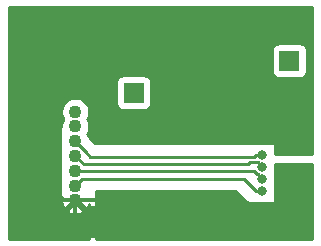
<source format=gbr>
G04 #@! TF.GenerationSoftware,KiCad,Pcbnew,(5.1.5)-3*
G04 #@! TF.CreationDate,2020-11-19T18:47:54+01:00*
G04 #@! TF.ProjectId,Sensor_2.0,53656e73-6f72-45f3-922e-302e6b696361,rev?*
G04 #@! TF.SameCoordinates,Original*
G04 #@! TF.FileFunction,Copper,L2,Bot*
G04 #@! TF.FilePolarity,Positive*
%FSLAX46Y46*%
G04 Gerber Fmt 4.6, Leading zero omitted, Abs format (unit mm)*
G04 Created by KiCad (PCBNEW (5.1.5)-3) date 2020-11-19 18:47:54*
%MOMM*%
%LPD*%
G04 APERTURE LIST*
%ADD10C,0.100000*%
%ADD11C,1.100000*%
%ADD12R,1.700000X1.700000*%
%ADD13C,2.000000*%
%ADD14C,0.800000*%
%ADD15C,0.500000*%
%ADD16C,0.350000*%
%ADD17C,0.250000*%
%ADD18C,0.254000*%
G04 APERTURE END LIST*
D10*
G36*
X114967000Y-92567000D02*
G01*
X118967000Y-92567000D01*
X118967000Y-90567000D01*
X114967000Y-90567000D01*
X114967000Y-92567000D01*
G37*
D11*
X115570000Y-81915000D03*
X115570000Y-83165000D03*
X115570000Y-84415000D03*
X115570000Y-85665000D03*
X115570000Y-86915000D03*
X115570000Y-88165000D03*
X115570000Y-89415000D03*
D12*
X120500000Y-80300000D03*
X133700000Y-77600000D03*
D13*
X114967000Y-91567000D03*
X118967000Y-91567000D03*
D14*
X112903000Y-79121000D03*
X117602000Y-73660000D03*
X122936000Y-84074000D03*
X124333000Y-80518000D03*
X132334000Y-83947000D03*
X130556000Y-79629000D03*
X121158000Y-91375000D03*
X127635000Y-92202000D03*
X121158000Y-89027000D03*
X131400000Y-88600000D03*
X131400000Y-87606114D03*
X131400000Y-86600000D03*
X131412651Y-85587346D03*
D15*
X117475000Y-90170000D02*
X116840000Y-90170000D01*
X117475000Y-90805000D02*
X116840000Y-90170000D01*
D16*
X115570000Y-89415000D02*
X114420000Y-89415000D01*
X114420000Y-89415000D02*
X114300000Y-89535000D01*
X115570000Y-89415000D02*
X117355000Y-89415000D01*
X117355000Y-89415000D02*
X117475000Y-89535000D01*
X115570000Y-89415000D02*
X115570000Y-90805000D01*
D17*
X129849316Y-87615001D02*
X130834315Y-88600000D01*
X115570000Y-88165000D02*
X116119999Y-87615001D01*
X130834315Y-88600000D02*
X131400000Y-88600000D01*
X116119999Y-87615001D02*
X129849316Y-87615001D01*
X131300000Y-87700000D02*
X131310431Y-87689569D01*
X131310431Y-87689569D02*
X131310431Y-87606114D01*
X131000001Y-87206115D02*
X131400000Y-87606114D01*
X130966114Y-87206115D02*
X131000001Y-87206115D01*
X130674999Y-86915000D02*
X130966114Y-87206115D01*
X115570000Y-86915000D02*
X130674999Y-86915000D01*
X115570000Y-85665000D02*
X116265000Y-86360000D01*
X131000001Y-86200001D02*
X130334999Y-86200001D01*
X131400000Y-86600000D02*
X131000001Y-86200001D01*
X130334999Y-86200001D02*
X130175000Y-86360000D01*
X116265000Y-86360000D02*
X130175000Y-86360000D01*
X131400000Y-85700000D02*
X131412651Y-85687349D01*
X131412651Y-85612651D02*
X131500000Y-85700000D01*
X131412651Y-85587346D02*
X131412651Y-85612651D01*
X131412651Y-85687349D02*
X131500000Y-85700000D01*
X130846966Y-85587346D02*
X130709312Y-85725000D01*
X131412651Y-85587346D02*
X130846966Y-85587346D01*
X130709312Y-85725000D02*
X116840000Y-85725000D01*
X116119999Y-84964999D02*
X115570000Y-84415000D01*
X116445001Y-85330001D02*
X116445001Y-85290001D01*
X116445001Y-85290001D02*
X116119999Y-84964999D01*
X116840000Y-85725000D02*
X116445001Y-85330001D01*
D18*
G36*
X135649501Y-85471000D02*
G01*
X132461000Y-85471000D01*
X132461000Y-84709000D01*
X132458560Y-84684224D01*
X132451333Y-84660399D01*
X132439597Y-84638443D01*
X132423803Y-84619197D01*
X132404557Y-84603403D01*
X132382601Y-84591667D01*
X132358776Y-84584440D01*
X132334000Y-84582000D01*
X131663672Y-84582000D01*
X131514590Y-84552346D01*
X131310712Y-84552346D01*
X131161630Y-84582000D01*
X117270401Y-84582000D01*
X116708431Y-84066860D01*
X116620134Y-83853692D01*
X116577576Y-83790000D01*
X116620134Y-83726308D01*
X116709461Y-83510652D01*
X116755000Y-83281712D01*
X116755000Y-83048288D01*
X116709461Y-82819348D01*
X116620134Y-82603692D01*
X116577576Y-82540000D01*
X116620134Y-82476308D01*
X116709461Y-82260652D01*
X116755000Y-82031712D01*
X116755000Y-81798288D01*
X116709461Y-81569348D01*
X116620134Y-81353692D01*
X116490450Y-81159606D01*
X116325394Y-80994550D01*
X116131308Y-80864866D01*
X115915652Y-80775539D01*
X115686712Y-80730000D01*
X115453288Y-80730000D01*
X115224348Y-80775539D01*
X115008692Y-80864866D01*
X114814606Y-80994550D01*
X114649550Y-81159606D01*
X114519866Y-81353692D01*
X114430539Y-81569348D01*
X114385000Y-81798288D01*
X114385000Y-82031712D01*
X114430539Y-82260652D01*
X114519866Y-82476308D01*
X114562424Y-82540000D01*
X114519866Y-82603692D01*
X114430539Y-82819348D01*
X114385000Y-83048288D01*
X114385000Y-83192665D01*
X114378399Y-83194667D01*
X114356443Y-83206403D01*
X114337197Y-83222197D01*
X114321403Y-83241443D01*
X114309667Y-83263399D01*
X114302440Y-83287224D01*
X114300000Y-83312000D01*
X114300000Y-89027000D01*
X114302440Y-89051776D01*
X114309667Y-89075601D01*
X114321403Y-89097557D01*
X114337197Y-89116803D01*
X114356443Y-89132597D01*
X114378399Y-89144333D01*
X114402224Y-89151560D01*
X114414372Y-89152756D01*
X114389122Y-89262105D01*
X114381984Y-89495421D01*
X114420500Y-89725646D01*
X114503192Y-89943934D01*
X114537522Y-90008159D01*
X114756021Y-90049374D01*
X115390395Y-89415000D01*
X115376253Y-89400858D01*
X115431453Y-89345657D01*
X115453288Y-89350000D01*
X115686712Y-89350000D01*
X115708547Y-89345657D01*
X115763748Y-89400858D01*
X115749605Y-89415000D01*
X116383979Y-90049374D01*
X116602478Y-90008159D01*
X116698359Y-89795335D01*
X116713000Y-89731930D01*
X116713000Y-92660000D01*
X109968500Y-92660000D01*
X109968500Y-90228979D01*
X114935626Y-90228979D01*
X114976841Y-90447478D01*
X115189665Y-90543359D01*
X115417105Y-90595878D01*
X115650421Y-90603016D01*
X115880646Y-90564500D01*
X116098934Y-90481808D01*
X116163159Y-90447478D01*
X116204374Y-90228979D01*
X115570000Y-89594605D01*
X114935626Y-90228979D01*
X109968500Y-90228979D01*
X109968500Y-79450000D01*
X119011928Y-79450000D01*
X119011928Y-81150000D01*
X119024188Y-81274482D01*
X119060498Y-81394180D01*
X119119463Y-81504494D01*
X119198815Y-81601185D01*
X119295506Y-81680537D01*
X119405820Y-81739502D01*
X119525518Y-81775812D01*
X119650000Y-81788072D01*
X121350000Y-81788072D01*
X121474482Y-81775812D01*
X121594180Y-81739502D01*
X121704494Y-81680537D01*
X121801185Y-81601185D01*
X121880537Y-81504494D01*
X121939502Y-81394180D01*
X121975812Y-81274482D01*
X121988072Y-81150000D01*
X121988072Y-79450000D01*
X121975812Y-79325518D01*
X121939502Y-79205820D01*
X121880537Y-79095506D01*
X121801185Y-78998815D01*
X121704494Y-78919463D01*
X121594180Y-78860498D01*
X121474482Y-78824188D01*
X121350000Y-78811928D01*
X119650000Y-78811928D01*
X119525518Y-78824188D01*
X119405820Y-78860498D01*
X119295506Y-78919463D01*
X119198815Y-78998815D01*
X119119463Y-79095506D01*
X119060498Y-79205820D01*
X119024188Y-79325518D01*
X119011928Y-79450000D01*
X109968500Y-79450000D01*
X109968500Y-76750000D01*
X132211928Y-76750000D01*
X132211928Y-78450000D01*
X132224188Y-78574482D01*
X132260498Y-78694180D01*
X132319463Y-78804494D01*
X132398815Y-78901185D01*
X132495506Y-78980537D01*
X132605820Y-79039502D01*
X132725518Y-79075812D01*
X132850000Y-79088072D01*
X134550000Y-79088072D01*
X134674482Y-79075812D01*
X134794180Y-79039502D01*
X134904494Y-78980537D01*
X135001185Y-78901185D01*
X135080537Y-78804494D01*
X135139502Y-78694180D01*
X135175812Y-78574482D01*
X135188072Y-78450000D01*
X135188072Y-76750000D01*
X135175812Y-76625518D01*
X135139502Y-76505820D01*
X135080537Y-76395506D01*
X135001185Y-76298815D01*
X134904494Y-76219463D01*
X134794180Y-76160498D01*
X134674482Y-76124188D01*
X134550000Y-76111928D01*
X132850000Y-76111928D01*
X132725518Y-76124188D01*
X132605820Y-76160498D01*
X132495506Y-76219463D01*
X132398815Y-76298815D01*
X132319463Y-76395506D01*
X132260498Y-76505820D01*
X132224188Y-76625518D01*
X132211928Y-76750000D01*
X109968500Y-76750000D01*
X109968500Y-73075000D01*
X135649500Y-73075000D01*
X135649501Y-85471000D01*
G37*
X135649501Y-85471000D02*
X132461000Y-85471000D01*
X132461000Y-84709000D01*
X132458560Y-84684224D01*
X132451333Y-84660399D01*
X132439597Y-84638443D01*
X132423803Y-84619197D01*
X132404557Y-84603403D01*
X132382601Y-84591667D01*
X132358776Y-84584440D01*
X132334000Y-84582000D01*
X131663672Y-84582000D01*
X131514590Y-84552346D01*
X131310712Y-84552346D01*
X131161630Y-84582000D01*
X117270401Y-84582000D01*
X116708431Y-84066860D01*
X116620134Y-83853692D01*
X116577576Y-83790000D01*
X116620134Y-83726308D01*
X116709461Y-83510652D01*
X116755000Y-83281712D01*
X116755000Y-83048288D01*
X116709461Y-82819348D01*
X116620134Y-82603692D01*
X116577576Y-82540000D01*
X116620134Y-82476308D01*
X116709461Y-82260652D01*
X116755000Y-82031712D01*
X116755000Y-81798288D01*
X116709461Y-81569348D01*
X116620134Y-81353692D01*
X116490450Y-81159606D01*
X116325394Y-80994550D01*
X116131308Y-80864866D01*
X115915652Y-80775539D01*
X115686712Y-80730000D01*
X115453288Y-80730000D01*
X115224348Y-80775539D01*
X115008692Y-80864866D01*
X114814606Y-80994550D01*
X114649550Y-81159606D01*
X114519866Y-81353692D01*
X114430539Y-81569348D01*
X114385000Y-81798288D01*
X114385000Y-82031712D01*
X114430539Y-82260652D01*
X114519866Y-82476308D01*
X114562424Y-82540000D01*
X114519866Y-82603692D01*
X114430539Y-82819348D01*
X114385000Y-83048288D01*
X114385000Y-83192665D01*
X114378399Y-83194667D01*
X114356443Y-83206403D01*
X114337197Y-83222197D01*
X114321403Y-83241443D01*
X114309667Y-83263399D01*
X114302440Y-83287224D01*
X114300000Y-83312000D01*
X114300000Y-89027000D01*
X114302440Y-89051776D01*
X114309667Y-89075601D01*
X114321403Y-89097557D01*
X114337197Y-89116803D01*
X114356443Y-89132597D01*
X114378399Y-89144333D01*
X114402224Y-89151560D01*
X114414372Y-89152756D01*
X114389122Y-89262105D01*
X114381984Y-89495421D01*
X114420500Y-89725646D01*
X114503192Y-89943934D01*
X114537522Y-90008159D01*
X114756021Y-90049374D01*
X115390395Y-89415000D01*
X115376253Y-89400858D01*
X115431453Y-89345657D01*
X115453288Y-89350000D01*
X115686712Y-89350000D01*
X115708547Y-89345657D01*
X115763748Y-89400858D01*
X115749605Y-89415000D01*
X116383979Y-90049374D01*
X116602478Y-90008159D01*
X116698359Y-89795335D01*
X116713000Y-89731930D01*
X116713000Y-92660000D01*
X109968500Y-92660000D01*
X109968500Y-90228979D01*
X114935626Y-90228979D01*
X114976841Y-90447478D01*
X115189665Y-90543359D01*
X115417105Y-90595878D01*
X115650421Y-90603016D01*
X115880646Y-90564500D01*
X116098934Y-90481808D01*
X116163159Y-90447478D01*
X116204374Y-90228979D01*
X115570000Y-89594605D01*
X114935626Y-90228979D01*
X109968500Y-90228979D01*
X109968500Y-79450000D01*
X119011928Y-79450000D01*
X119011928Y-81150000D01*
X119024188Y-81274482D01*
X119060498Y-81394180D01*
X119119463Y-81504494D01*
X119198815Y-81601185D01*
X119295506Y-81680537D01*
X119405820Y-81739502D01*
X119525518Y-81775812D01*
X119650000Y-81788072D01*
X121350000Y-81788072D01*
X121474482Y-81775812D01*
X121594180Y-81739502D01*
X121704494Y-81680537D01*
X121801185Y-81601185D01*
X121880537Y-81504494D01*
X121939502Y-81394180D01*
X121975812Y-81274482D01*
X121988072Y-81150000D01*
X121988072Y-79450000D01*
X121975812Y-79325518D01*
X121939502Y-79205820D01*
X121880537Y-79095506D01*
X121801185Y-78998815D01*
X121704494Y-78919463D01*
X121594180Y-78860498D01*
X121474482Y-78824188D01*
X121350000Y-78811928D01*
X119650000Y-78811928D01*
X119525518Y-78824188D01*
X119405820Y-78860498D01*
X119295506Y-78919463D01*
X119198815Y-78998815D01*
X119119463Y-79095506D01*
X119060498Y-79205820D01*
X119024188Y-79325518D01*
X119011928Y-79450000D01*
X109968500Y-79450000D01*
X109968500Y-76750000D01*
X132211928Y-76750000D01*
X132211928Y-78450000D01*
X132224188Y-78574482D01*
X132260498Y-78694180D01*
X132319463Y-78804494D01*
X132398815Y-78901185D01*
X132495506Y-78980537D01*
X132605820Y-79039502D01*
X132725518Y-79075812D01*
X132850000Y-79088072D01*
X134550000Y-79088072D01*
X134674482Y-79075812D01*
X134794180Y-79039502D01*
X134904494Y-78980537D01*
X135001185Y-78901185D01*
X135080537Y-78804494D01*
X135139502Y-78694180D01*
X135175812Y-78574482D01*
X135188072Y-78450000D01*
X135188072Y-76750000D01*
X135175812Y-76625518D01*
X135139502Y-76505820D01*
X135080537Y-76395506D01*
X135001185Y-76298815D01*
X134904494Y-76219463D01*
X134794180Y-76160498D01*
X134674482Y-76124188D01*
X134550000Y-76111928D01*
X132850000Y-76111928D01*
X132725518Y-76124188D01*
X132605820Y-76160498D01*
X132495506Y-76219463D01*
X132398815Y-76298815D01*
X132319463Y-76395506D01*
X132260498Y-76505820D01*
X132224188Y-76625518D01*
X132211928Y-76750000D01*
X109968500Y-76750000D01*
X109968500Y-73075000D01*
X135649500Y-73075000D01*
X135649501Y-85471000D01*
G36*
X135649501Y-92660000D02*
G01*
X117348000Y-92660000D01*
X117348000Y-88646000D01*
X129110715Y-88646000D01*
X130217626Y-89629921D01*
X130237765Y-89644558D01*
X130260373Y-89654984D01*
X130284581Y-89660800D01*
X130302000Y-89662000D01*
X132334000Y-89662000D01*
X132358776Y-89659560D01*
X132382601Y-89652333D01*
X132404557Y-89640597D01*
X132423803Y-89624803D01*
X132439597Y-89605557D01*
X132451333Y-89583601D01*
X132458560Y-89559776D01*
X132461000Y-89535000D01*
X132461000Y-86360000D01*
X135649501Y-86360000D01*
X135649501Y-92660000D01*
G37*
X135649501Y-92660000D02*
X117348000Y-92660000D01*
X117348000Y-88646000D01*
X129110715Y-88646000D01*
X130217626Y-89629921D01*
X130237765Y-89644558D01*
X130260373Y-89654984D01*
X130284581Y-89660800D01*
X130302000Y-89662000D01*
X132334000Y-89662000D01*
X132358776Y-89659560D01*
X132382601Y-89652333D01*
X132404557Y-89640597D01*
X132423803Y-89624803D01*
X132439597Y-89605557D01*
X132451333Y-89583601D01*
X132458560Y-89559776D01*
X132461000Y-89535000D01*
X132461000Y-86360000D01*
X135649501Y-86360000D01*
X135649501Y-92660000D01*
M02*

</source>
